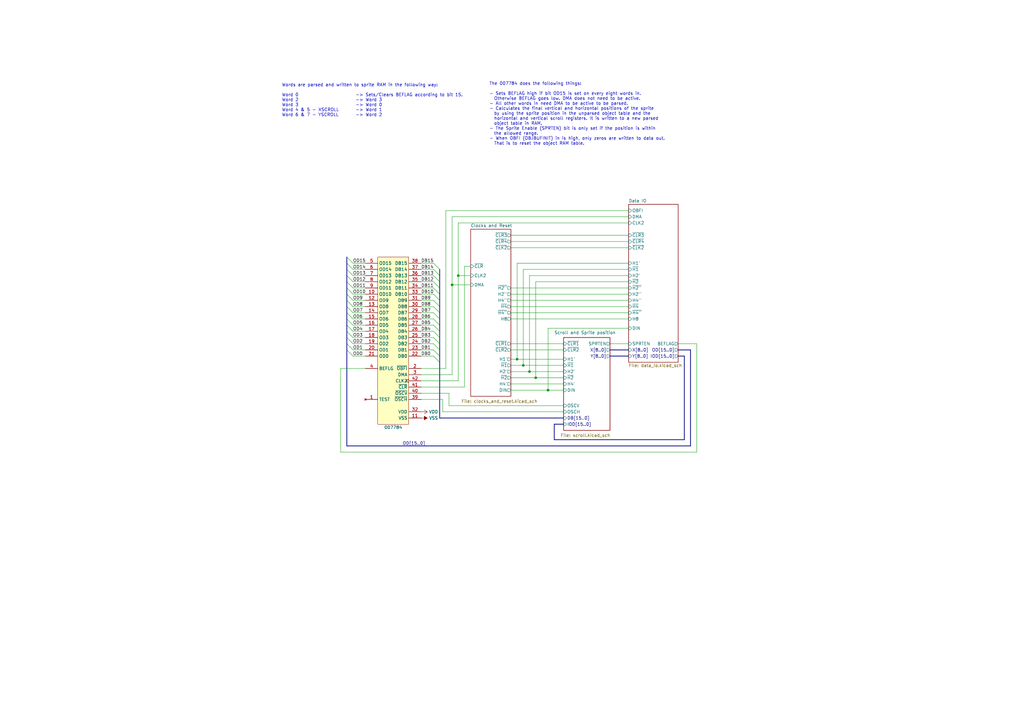
<source format=kicad_sch>
(kicad_sch (version 20230121) (generator eeschema)
  (paper "A3")
  (title_block (title "Konami 007784") (date "2023-10-23") (company "Ulf Skutnabba, twitter: @skutis77"))
  (lib_symbols
    (symbol "ga_konami:007784_internal"
      (property "Reference" "U" (at 0 31.75 0))
      (property "Value" "007784" (at 0 -39.37 0))
      (symbol "007784_internal_0_1"
        (rectangle (start -6.35 30.48) (end 6.35 -38.1) (fill (type background)))
      )
      (symbol "007784_internal_1_1"
        (pin no_connect line (at -11.43 -27.94 0) (length 5.08) (name "TEST") (number "1"))
        (pin input line (at -11.43 15.24 0) (length 5.08) (name "OD10") (number "10"))
        (pin power_out line (at 11.43 -35.56 180) (length 5.08) (name "VSS") (number "11"))
        (pin input line (at -11.43 12.7 0) (length 5.08) (name "OD9") (number "12"))
        (pin input line (at -11.43 10.16 0) (length 5.08) (name "OD8") (number "13"))
        (pin input line (at -11.43 7.62 0) (length 5.08) (name "OD7") (number "14"))
        (pin input line (at -11.43 5.08 0) (length 5.08) (name "OD6") (number "15"))
        (pin input line (at -11.43 2.54 0) (length 5.08) (name "OD5") (number "16"))
        (pin input line (at -11.43 0 0) (length 5.08) (name "OD4") (number "17"))
        (pin input line (at -11.43 -2.54 0) (length 5.08) (name "OD3") (number "18"))
        (pin input line (at -11.43 -5.08 0) (length 5.08) (name "OD2") (number "19"))
        (pin output line (at 11.43 -15.24 180) (length 5.08) (name "~{OBFI}") (number "2"))
        (pin input line (at -11.43 -7.62 0) (length 5.08) (name "OD1") (number "20"))
        (pin input line (at -11.43 -10.16 0) (length 5.08) (name "OD0") (number "21"))
        (pin output line (at 11.43 -10.16 180) (length 5.08) (name "DB0") (number "22"))
        (pin output line (at 11.43 -7.62 180) (length 5.08) (name "DB1") (number "23"))
        (pin output line (at 11.43 -5.08 180) (length 5.08) (name "DB2") (number "24"))
        (pin output line (at 11.43 -2.54 180) (length 5.08) (name "DB3") (number "25"))
        (pin output line (at 11.43 0 180) (length 5.08) (name "DB4") (number "26"))
        (pin output line (at 11.43 2.54 180) (length 5.08) (name "DB5") (number "27"))
        (pin output line (at 11.43 5.08 180) (length 5.08) (name "DB6") (number "28"))
        (pin output line (at 11.43 7.62 180) (length 5.08) (name "DB7") (number "29"))
        (pin output line (at 11.43 -17.78 180) (length 5.08) (name "DMA") (number "3"))
        (pin output line (at 11.43 10.16 180) (length 5.08) (name "DB8") (number "30"))
        (pin output line (at 11.43 12.7 180) (length 5.08) (name "DB9") (number "31"))
        (pin power_out line (at 11.43 -33.02 180) (length 5.08) (name "VDD") (number "32"))
        (pin output line (at 11.43 15.24 180) (length 5.08) (name "DB10") (number "33"))
        (pin output line (at 11.43 17.78 180) (length 5.08) (name "DB11") (number "34"))
        (pin output line (at 11.43 20.32 180) (length 5.08) (name "DB12") (number "35"))
        (pin output line (at 11.43 22.86 180) (length 5.08) (name "DB13") (number "36"))
        (pin output line (at 11.43 25.4 180) (length 5.08) (name "DB14") (number "37"))
        (pin output line (at 11.43 27.94 180) (length 5.08) (name "DB15") (number "38"))
        (pin output line (at 11.43 -27.94 180) (length 5.08) (name "~{OSCH}") (number "39"))
        (pin input line (at -11.43 -15.24 0) (length 5.08) (name "BEFLG") (number "4"))
        (pin output line (at 11.43 -25.4 180) (length 5.08) (name "~{OSCV}") (number "40"))
        (pin output line (at 11.43 -22.86 180) (length 5.08) (name "~{CLR}") (number "41"))
        (pin output clock (at 11.43 -20.32 180) (length 5.08) (name "CLK2") (number "42"))
        (pin input line (at -11.43 27.94 0) (length 5.08) (name "OD15") (number "5"))
        (pin input line (at -11.43 25.4 0) (length 5.08) (name "OD14") (number "6"))
        (pin input line (at -11.43 22.86 0) (length 5.08) (name "OD13") (number "7"))
        (pin input line (at -11.43 20.32 0) (length 5.08) (name "OD12") (number "8"))
        (pin input line (at -11.43 17.78 0) (length 5.08) (name "OD11") (number "9"))
      )
    )
    (symbol "power:VDD" (power) (pin_names (offset 0))
      (property "Value" "VDD" (at 0 3.81 0))
      (symbol "VDD_0_1"
        (polyline (pts (xy -0.762 1.27) (xy 0 2.54)))
        (polyline (pts (xy 0 0) (xy 0 2.54)))
        (polyline (pts (xy 0 2.54) (xy 0.762 1.27)))
      )
      (symbol "VDD_1_1"
        (pin power_in line (at 0 0 90) (length 0) hide (name "VDD") (number "1"))
      )
    )
    (symbol "power:VSS" (power) (pin_names (offset 0))
      (property "Value" "VSS" (at 0 3.81 0))
      (symbol "VSS_0_1"
        (polyline (pts (xy 0 0) (xy 0 2.54)))
        (polyline (pts (xy 0.762 1.27) (xy -0.762 1.27) (xy 0 2.54) (xy 0.762 1.27)) (fill (type outline)))
      )
      (symbol "VSS_1_1"
        (pin power_in line (at 0 0 90) (length 0) hide (name "VSS") (number "1"))
      )
    )
  )
  (junction (at 212.09 147.32))
  (junction (at 185.42 116.84))
  (junction (at 214.63 149.86))
  (junction (at 224.79 160.02))
  (junction (at 187.96 113.03))
  (junction (at 217.17 152.4))
  (junction (at 219.71 154.94))
  (bus_entry (at 142.24 113.03) (size 2.54 2.54))
  (bus_entry (at 177.8 110.49) (size 2.54 2.54))
  (bus_entry (at 142.24 115.57) (size 2.54 2.54))
  (bus_entry (at 142.24 138.43) (size 2.54 2.54))
  (bus_entry (at 177.8 133.35) (size 2.54 2.54))
  (bus_entry (at 177.8 120.65) (size 2.54 2.54))
  (bus_entry (at 142.24 118.11) (size 2.54 2.54))
  (bus_entry (at 177.8 113.03) (size 2.54 2.54))
  (bus_entry (at 177.8 118.11) (size 2.54 2.54))
  (bus_entry (at 142.24 105.41) (size 2.54 2.54))
  (bus_entry (at 142.24 123.19) (size 2.54 2.54))
  (bus_entry (at 142.24 125.73) (size 2.54 2.54))
  (bus_entry (at 177.8 107.95) (size 2.54 2.54))
  (bus_entry (at 177.8 146.05) (size 2.54 2.54))
  (bus_entry (at 142.24 140.97) (size 2.54 2.54))
  (bus_entry (at 177.8 123.19) (size 2.54 2.54))
  (bus_entry (at 142.24 130.81) (size 2.54 2.54))
  (bus_entry (at 142.24 128.27) (size 2.54 2.54))
  (bus_entry (at 177.8 130.81) (size 2.54 2.54))
  (bus_entry (at 142.24 110.49) (size 2.54 2.54))
  (bus_entry (at 177.8 135.89) (size 2.54 2.54))
  (bus_entry (at 142.24 120.65) (size 2.54 2.54))
  (bus_entry (at 177.8 125.73) (size 2.54 2.54))
  (bus_entry (at 177.8 143.51) (size 2.54 2.54))
  (bus_entry (at 142.24 107.95) (size 2.54 2.54))
  (bus_entry (at 142.24 133.35) (size 2.54 2.54))
  (bus_entry (at 142.24 135.89) (size 2.54 2.54))
  (bus_entry (at 142.24 143.51) (size 2.54 2.54))
  (bus_entry (at 177.8 138.43) (size 2.54 2.54))
  (bus_entry (at 177.8 128.27) (size 2.54 2.54))
  (bus_entry (at 177.8 115.57) (size 2.54 2.54))
  (bus_entry (at 177.8 140.97) (size 2.54 2.54))
  (wire (pts (xy 172.72 107.95) (xy 177.8 107.95)))
  (wire (pts (xy 285.75 140.97) (xy 285.75 185.42)))
  (wire (pts (xy 193.04 109.22) (xy 190.5 109.22)))
  (wire (pts (xy 187.96 91.44) (xy 257.81 91.44)))
  (bus (pts (xy 142.24 133.35) (xy 142.24 135.89)))
  (wire (pts (xy 217.17 113.03) (xy 217.17 152.4)))
  (wire (pts (xy 209.55 160.02) (xy 224.79 160.02)))
  (bus (pts (xy 142.24 182.88) (xy 142.24 143.51)))
  (wire (pts (xy 172.72 138.43) (xy 177.8 138.43)))
  (wire (pts (xy 257.81 115.57) (xy 219.71 115.57)))
  (bus (pts (xy 142.24 182.88) (xy 283.21 182.88)))
  (wire (pts (xy 172.72 143.51) (xy 177.8 143.51)))
  (wire (pts (xy 172.72 146.05) (xy 177.8 146.05)))
  (bus (pts (xy 180.34 140.97) (xy 180.34 143.51)))
  (wire (pts (xy 185.42 88.9) (xy 257.81 88.9)))
  (bus (pts (xy 180.34 130.81) (xy 180.34 133.35)))
  (wire (pts (xy 219.71 115.57) (xy 219.71 154.94)))
  (wire (pts (xy 144.78 146.05) (xy 149.86 146.05)))
  (wire (pts (xy 144.78 107.95) (xy 149.86 107.95)))
  (bus (pts (xy 280.67 146.05) (xy 280.67 180.34)))
  (wire (pts (xy 182.88 86.36) (xy 257.81 86.36)))
  (wire (pts (xy 144.78 128.27) (xy 149.86 128.27)))
  (wire (pts (xy 181.61 168.91) (xy 181.61 163.83)))
  (wire (pts (xy 209.55 143.51) (xy 231.14 143.51)))
  (wire (pts (xy 172.72 120.65) (xy 177.8 120.65)))
  (bus (pts (xy 180.34 120.65) (xy 180.34 123.19)))
  (wire (pts (xy 144.78 110.49) (xy 149.86 110.49)))
  (wire (pts (xy 209.55 154.94) (xy 219.71 154.94)))
  (bus (pts (xy 180.34 115.57) (xy 180.34 118.11)))
  (wire (pts (xy 285.75 185.42) (xy 139.7 185.42)))
  (bus (pts (xy 142.24 105.41) (xy 142.24 107.95)))
  (wire (pts (xy 172.72 133.35) (xy 177.8 133.35)))
  (wire (pts (xy 209.55 101.6) (xy 257.81 101.6)))
  (bus (pts (xy 280.67 180.34) (xy 227.33 180.34)))
  (wire (pts (xy 172.72 118.11) (xy 177.8 118.11)))
  (bus (pts (xy 142.24 115.57) (xy 142.24 118.11)))
  (wire (pts (xy 190.5 158.75) (xy 172.72 158.75)))
  (wire (pts (xy 181.61 163.83) (xy 172.72 163.83)))
  (bus (pts (xy 180.34 110.49) (xy 180.34 113.03)))
  (wire (pts (xy 231.14 166.37) (xy 184.15 166.37)))
  (bus (pts (xy 142.24 113.03) (xy 142.24 115.57)))
  (wire (pts (xy 144.78 113.03) (xy 149.86 113.03)))
  (wire (pts (xy 172.72 153.67) (xy 185.42 153.67)))
  (bus (pts (xy 180.34 118.11) (xy 180.34 120.65)))
  (wire (pts (xy 257.81 110.49) (xy 214.63 110.49)))
  (wire (pts (xy 187.96 156.21) (xy 187.96 113.03)))
  (wire (pts (xy 172.72 110.49) (xy 177.8 110.49)))
  (wire (pts (xy 172.72 128.27) (xy 177.8 128.27)))
  (wire (pts (xy 209.55 149.86) (xy 214.63 149.86)))
  (wire (pts (xy 185.42 153.67) (xy 185.42 116.84)))
  (wire (pts (xy 172.72 130.81) (xy 177.8 130.81)))
  (wire (pts (xy 172.72 125.73) (xy 177.8 125.73)))
  (wire (pts (xy 209.55 157.48) (xy 231.14 157.48)))
  (wire (pts (xy 144.78 123.19) (xy 149.86 123.19)))
  (wire (pts (xy 257.81 107.95) (xy 212.09 107.95)))
  (wire (pts (xy 209.55 118.11) (xy 257.81 118.11)))
  (wire (pts (xy 278.13 140.97) (xy 285.75 140.97)))
  (bus (pts (xy 283.21 143.51) (xy 283.21 182.88)))
  (bus (pts (xy 250.19 146.05) (xy 257.81 146.05)))
  (wire (pts (xy 144.78 130.81) (xy 149.86 130.81)))
  (bus (pts (xy 180.34 133.35) (xy 180.34 135.89)))
  (bus (pts (xy 180.34 123.19) (xy 180.34 125.73)))
  (wire (pts (xy 250.19 140.97) (xy 257.81 140.97)))
  (wire (pts (xy 212.09 107.95) (xy 212.09 147.32)))
  (bus (pts (xy 142.24 128.27) (xy 142.24 130.81)))
  (wire (pts (xy 172.72 151.13) (xy 182.88 151.13)))
  (bus (pts (xy 142.24 120.65) (xy 142.24 123.19)))
  (wire (pts (xy 209.55 130.81) (xy 257.81 130.81)))
  (bus (pts (xy 250.19 143.51) (xy 257.81 143.51)))
  (bus (pts (xy 180.34 138.43) (xy 180.34 140.97)))
  (wire (pts (xy 209.55 123.19) (xy 257.81 123.19)))
  (wire (pts (xy 172.72 113.03) (xy 177.8 113.03)))
  (bus (pts (xy 180.34 143.51) (xy 180.34 146.05)))
  (bus (pts (xy 142.24 125.73) (xy 142.24 128.27)))
  (wire (pts (xy 187.96 113.03) (xy 187.96 91.44)))
  (bus (pts (xy 180.34 125.73) (xy 180.34 128.27)))
  (bus (pts (xy 180.34 146.05) (xy 180.34 148.59)))
  (bus (pts (xy 180.34 113.03) (xy 180.34 115.57)))
  (wire (pts (xy 224.79 160.02) (xy 224.79 134.62)))
  (bus (pts (xy 142.24 140.97) (xy 142.24 143.51)))
  (wire (pts (xy 144.78 115.57) (xy 149.86 115.57)))
  (bus (pts (xy 142.24 138.43) (xy 142.24 140.97)))
  (wire (pts (xy 184.15 161.29) (xy 172.72 161.29)))
  (wire (pts (xy 144.78 118.11) (xy 149.86 118.11)))
  (wire (pts (xy 190.5 109.22) (xy 190.5 158.75)))
  (wire (pts (xy 209.55 140.97) (xy 231.14 140.97)))
  (wire (pts (xy 144.78 138.43) (xy 149.86 138.43)))
  (bus (pts (xy 278.13 143.51) (xy 283.21 143.51)))
  (bus (pts (xy 142.24 135.89) (xy 142.24 138.43)))
  (wire (pts (xy 172.72 123.19) (xy 177.8 123.19)))
  (wire (pts (xy 209.55 125.73) (xy 257.81 125.73)))
  (wire (pts (xy 217.17 152.4) (xy 231.14 152.4)))
  (bus (pts (xy 142.24 130.81) (xy 142.24 133.35)))
  (wire (pts (xy 144.78 143.51) (xy 149.86 143.51)))
  (wire (pts (xy 209.55 96.52) (xy 257.81 96.52)))
  (wire (pts (xy 224.79 134.62) (xy 257.81 134.62)))
  (wire (pts (xy 185.42 116.84) (xy 185.42 88.9)))
  (wire (pts (xy 214.63 110.49) (xy 214.63 149.86)))
  (bus (pts (xy 142.24 118.11) (xy 142.24 120.65)))
  (bus (pts (xy 142.24 110.49) (xy 142.24 113.03)))
  (wire (pts (xy 172.72 156.21) (xy 187.96 156.21)))
  (wire (pts (xy 144.78 135.89) (xy 149.86 135.89)))
  (wire (pts (xy 184.15 166.37) (xy 184.15 161.29)))
  (wire (pts (xy 212.09 147.32) (xy 231.14 147.32)))
  (bus (pts (xy 142.24 123.19) (xy 142.24 125.73)))
  (bus (pts (xy 227.33 173.99) (xy 231.14 173.99)))
  (wire (pts (xy 257.81 113.03) (xy 217.17 113.03)))
  (bus (pts (xy 278.13 146.05) (xy 280.67 146.05)))
  (wire (pts (xy 172.72 115.57) (xy 177.8 115.57)))
  (wire (pts (xy 144.78 120.65) (xy 149.86 120.65)))
  (wire (pts (xy 219.71 154.94) (xy 231.14 154.94)))
  (wire (pts (xy 224.79 160.02) (xy 231.14 160.02)))
  (wire (pts (xy 172.72 135.89) (xy 177.8 135.89)))
  (wire (pts (xy 209.55 152.4) (xy 217.17 152.4)))
  (wire (pts (xy 185.42 116.84) (xy 193.04 116.84)))
  (wire (pts (xy 214.63 149.86) (xy 231.14 149.86)))
  (wire (pts (xy 182.88 151.13) (xy 182.88 86.36)))
  (bus (pts (xy 180.34 128.27) (xy 180.34 130.81)))
  (wire (pts (xy 172.72 140.97) (xy 177.8 140.97)))
  (bus (pts (xy 180.34 148.59) (xy 180.34 171.45)))
  (wire (pts (xy 209.55 128.27) (xy 257.81 128.27)))
  (wire (pts (xy 144.78 140.97) (xy 149.86 140.97)))
  (bus (pts (xy 180.34 171.45) (xy 231.14 171.45)))
  (wire (pts (xy 139.7 151.13) (xy 149.86 151.13)))
  (wire (pts (xy 231.14 168.91) (xy 181.61 168.91)))
  (wire (pts (xy 209.55 99.06) (xy 257.81 99.06)))
  (bus (pts (xy 142.24 107.95) (xy 142.24 110.49)))
  (bus (pts (xy 227.33 173.99) (xy 227.33 180.34)))
  (wire (pts (xy 144.78 125.73) (xy 149.86 125.73)))
  (wire (pts (xy 139.7 185.42) (xy 139.7 151.13)))
  (bus (pts (xy 180.34 135.89) (xy 180.34 138.43)))
  (wire (pts (xy 144.78 133.35) (xy 149.86 133.35)))
  (wire (pts (xy 209.55 120.65) (xy 257.81 120.65)))
  (wire (pts (xy 209.55 147.32) (xy 212.09 147.32)))
  (wire (pts (xy 187.96 113.03) (xy 193.04 113.03)))
  (text "The 007784 does the following things:\n\n- Sets BEFLAG high if bit OD15 is set on every eight words in.\n  Otherwise BEFLAG goes low. DMA does not need to be active.\n- All other words in need DMA to be active to be parsed.\n- Calculates the final vertical and horizontal positions of the sprite\n  by using the sprite position in the unparsed object table and the\n  horizontal and vertical scroll registers. It is written to a new parsed\n  object table in RAM.\n- The Sprite Enable (SPRTEN) bit is only set if the position is within\n  the allowed range.\n- When OBFI (OBJBUFINIT) in is high, only zeros are written to data out.\n  That is to reset the object RAM table." (at 200.66 59.69 0) (effects (font (size 1.27 1.27)) (justify left bottom)))
  (text "\nWords are parsed and written to sprite RAM in the following way:\n\nWord 0					-> Sets/Clears BEFLAG according to bit 15.\nWord 2					-> Word 3\nWord 3 					-> Word 0\nWord 4 & 5 - XSCROLL	-> Word 1\nWord 6 & 7 - YSCROLL	-> Word 2\n\n\n" (at 115.57 52.07 0) (effects (font (size 1.27 1.27)) (justify left bottom)))
  (label "OD13" (at 144.78 113.03 0))
  (label "OD5" (at 144.78 133.35 0))
  (label "OD15" (at 144.78 107.95 0))
  (label "DB3" (at 172.72 138.43 0))
  (label "DB7" (at 172.72 128.27 0))
  (label "DB1" (at 172.72 143.51 0))
  (label "DB12" (at 172.72 115.57 0))
  (label "OD4" (at 144.78 135.89 0))
  (label "DB5" (at 172.72 133.35 0))
  (label "OD7" (at 144.78 128.27 0))
  (label "DB13" (at 172.72 113.03 0))
  (label "OD6" (at 144.78 130.81 0))
  (label "OD1" (at 144.78 143.51 0))
  (label "DB14" (at 172.72 110.49 0))
  (label "DB11" (at 172.72 118.11 0))
  (label "OD12" (at 144.78 115.57 0))
  (label "OD14" (at 144.78 110.49 0))
  (label "DB6" (at 172.72 130.81 0))
  (label "DB2" (at 172.72 140.97 0))
  (label "DB15" (at 172.72 107.95 0))
  (label "OD8" (at 144.78 125.73 0))
  (label "DB4" (at 172.72 135.89 0))
  (label "OD0" (at 144.78 146.05 0))
  (label "OD3" (at 144.78 138.43 0))
  (label "DB8" (at 172.72 125.73 0))
  (label "OD9" (at 144.78 123.19 0))
  (label "OD11" (at 144.78 118.11 0))
  (label "DB0" (at 172.72 146.05 0))
  (label "OD2" (at 144.78 140.97 0))
  (label "OD10" (at 144.78 120.65 0))
  (label "OD[15..0]" (at 165.1 182.88 0))
  (label "DB10" (at 172.72 120.65 0))
  (label "DB9" (at 172.72 123.19 0))
  (symbol (lib_id "ga_konami:007784_internal") (at 161.29 135.89 0) (unit 1)
    (property "Reference" "U99" (effects hide))
    (property "Value" "007784" (at 161.29 175.26 0))
  )
  (symbol (lib_id "power:VDD") (at 172.72 168.91 270) (unit 1)
    (property "Reference" "#PWR05" (effects hide))
    (property "Value" "VDD" (at 177.8 168.91 90))
  )
  (symbol (lib_id "power:VSS") (at 172.72 171.45 270) (unit 1)
    (property "Reference" "#PWR06" (effects hide))
    (property "Value" "VSS" (at 177.8 171.45 90))
  )
  (sheet (at 231.14 138.43) (size 19.05 38.1) (stroke (width 0.1524))
    (property "Sheetname" "Scroll and Sprite position" (at 227.33 137.16 0) (effects (justify left bottom)))
    (property "Sheetfile" "scroll.kicad_sch" (at 229.87 177.8 0) (effects (justify left top)))
    (pin "~{CLR1}" input (at 231.14 140.97 180))
    (pin "~{H1}" input (at 231.14 149.86 180))
    (pin "H4'" input (at 231.14 157.48 180))
    (pin "~{H2}" input (at 231.14 154.94 180))
    (pin "DIN" input (at 231.14 160.02 180))
    (pin "~{CLR2}" input (at 231.14 143.51 180))
    (pin "H2'" input (at 231.14 152.4 180))
    (pin "H1'" input (at 231.14 147.32 180))
    (pin "IOD[15..0]" input (at 231.14 173.99 180))
    (pin "OSCH" input (at 231.14 168.91 180))
    (pin "OSCV" input (at 231.14 166.37 180))
    (pin "DB[15..0]" input (at 231.14 171.45 180))
    (pin "SPRTEN" output (at 250.19 140.97 0))
    (pin "Y[8..0]" output (at 250.19 146.05 0))
    (pin "X[8..0]" output (at 250.19 143.51 0))
  )
  (sheet (at 257.81 83.82) (size 20.32 64.77) (stroke (width 0.1524))
    (property "Sheetname" "Data IO" (at 257.81 83.1084 0) (effects (justify left bottom)))
    (property "Sheetfile" "data_io.kicad_sch" (at 257.81 149.1746 0) (effects (justify left top)))
    (pin "~{CLR4}" input (at 257.81 99.06 180))
    (pin "X[8..0]" input (at 257.81 143.51 180))
    (pin "Y[8..0]" input (at 257.81 146.05 180))
    (pin "H2'" input (at 257.81 113.03 180))
    (pin "H1'" input (at 257.81 107.95 180))
    (pin "~{H4}" input (at 257.81 125.73 180))
    (pin "DIN" input (at 257.81 134.62 180))
    (pin "~{H1}" input (at 257.81 110.49 180))
    (pin "H4''" input (at 257.81 123.19 180))
    (pin "H2''" input (at 257.81 120.65 180))
    (pin "~{H2''}" input (at 257.81 118.11 180))
    (pin "~{H4''}" input (at 257.81 128.27 180))
    (pin "~{H2}" input (at 257.81 115.57 180))
    (pin "CLK2" input (at 257.81 91.44 180))
    (pin "OBFI" input (at 257.81 86.36 180))
    (pin "BEFLAG" output (at 278.13 140.97 0))
    (pin "SPRTEN" input (at 257.81 140.97 180))
    (pin "H8" input (at 257.81 130.81 180))
    (pin "DMA" input (at 257.81 88.9 180))
    (pin "~{CLK2}" input (at 257.81 101.6 180))
    (pin "~{CLR3}" input (at 257.81 96.52 180))
    (pin "OD[15..0]" output (at 278.13 143.51 0))
    (pin "IOD[15..0]" output (at 278.13 146.05 0))
  )
  (sheet (at 193.04 93.98) (size 16.51 68.58) (stroke (width 0.1524))
    (property "Sheetname" "Clocks and Reset" (at 193.04 93.2684 0) (effects (justify left bottom)))
    (property "Sheetfile" "clocks_and_reset.kicad_sch" (at 189.23 163.83 0) (effects (justify left top)))
    (pin "H4'" output (at 209.55 157.48 0))
    (pin "~{H4}" output (at 209.55 125.73 0))
    (pin "H2'" output (at 209.55 152.4 0))
    (pin "~{H2}" output (at 209.55 154.94 0))
    (pin "H1'" output (at 209.55 147.32 0))
    (pin "~{H1}" output (at 209.55 149.86 0))
    (pin "~{CLR1}" output (at 209.55 140.97 0))
    (pin "~{CLR2}" output (at 209.55 143.51 0))
    (pin "~{CLR}" input (at 193.04 109.22 180))
    (pin "~{CLR4}" output (at 209.55 99.06 0))
    (pin "~{CLR3}" output (at 209.55 96.52 0))
    (pin "CLK2" input (at 193.04 113.03 180))
    (pin "~{CLK2}" output (at 209.55 101.6 0))
    (pin "DMA" input (at 193.04 116.84 180))
    (pin "DIN" output (at 209.55 160.02 0))
    (pin "H2''" output (at 209.55 120.65 0))
    (pin "~{H2''}" output (at 209.55 118.11 0))
    (pin "H4''" output (at 209.55 123.19 0))
    (pin "~{H4''}" output (at 209.55 128.27 0))
    (pin "H8" output (at 209.55 130.81 0))
  )
)
</source>
